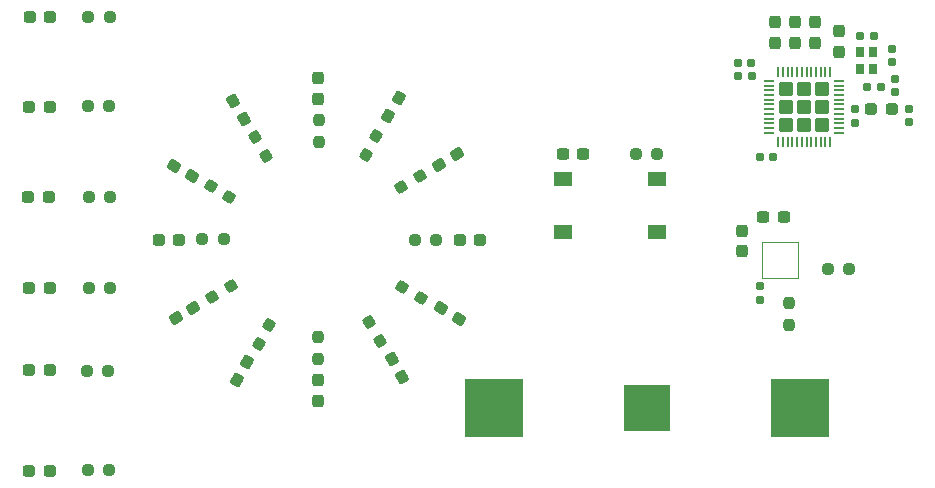
<source format=gbr>
%TF.GenerationSoftware,KiCad,Pcbnew,7.0.6*%
%TF.CreationDate,2024-06-09T16:50:33+02:00*%
%TF.ProjectId,nRF52832_visitcard,6e524635-3238-4333-925f-766973697463,v0.1*%
%TF.SameCoordinates,Original*%
%TF.FileFunction,Paste,Top*%
%TF.FilePolarity,Positive*%
%FSLAX46Y46*%
G04 Gerber Fmt 4.6, Leading zero omitted, Abs format (unit mm)*
G04 Created by KiCad (PCBNEW 7.0.6) date 2024-06-09 16:50:33*
%MOMM*%
%LPD*%
G01*
G04 APERTURE LIST*
G04 Aperture macros list*
%AMRoundRect*
0 Rectangle with rounded corners*
0 $1 Rounding radius*
0 $2 $3 $4 $5 $6 $7 $8 $9 X,Y pos of 4 corners*
0 Add a 4 corners polygon primitive as box body*
4,1,4,$2,$3,$4,$5,$6,$7,$8,$9,$2,$3,0*
0 Add four circle primitives for the rounded corners*
1,1,$1+$1,$2,$3*
1,1,$1+$1,$4,$5*
1,1,$1+$1,$6,$7*
1,1,$1+$1,$8,$9*
0 Add four rect primitives between the rounded corners*
20,1,$1+$1,$2,$3,$4,$5,0*
20,1,$1+$1,$4,$5,$6,$7,0*
20,1,$1+$1,$6,$7,$8,$9,0*
20,1,$1+$1,$8,$9,$2,$3,0*%
G04 Aperture macros list end*
%ADD10C,0.100000*%
%ADD11RoundRect,0.237500X-0.250000X-0.237500X0.250000X-0.237500X0.250000X0.237500X-0.250000X0.237500X0*%
%ADD12RoundRect,0.237500X-0.237500X0.250000X-0.237500X-0.250000X0.237500X-0.250000X0.237500X0.250000X0*%
%ADD13RoundRect,0.237500X0.237500X-0.250000X0.237500X0.250000X-0.237500X0.250000X-0.237500X-0.250000X0*%
%ADD14RoundRect,0.155000X-0.155000X0.212500X-0.155000X-0.212500X0.155000X-0.212500X0.155000X0.212500X0*%
%ADD15RoundRect,0.250000X-0.370000X-0.370000X0.370000X-0.370000X0.370000X0.370000X-0.370000X0.370000X0*%
%ADD16RoundRect,0.050000X-0.350000X-0.050000X0.350000X-0.050000X0.350000X0.050000X-0.350000X0.050000X0*%
%ADD17RoundRect,0.050000X-0.050000X-0.350000X0.050000X-0.350000X0.050000X0.350000X-0.050000X0.350000X0*%
%ADD18RoundRect,0.237500X-0.130232X-0.349431X0.367732X-0.061931X0.130232X0.349431X-0.367732X0.061931X0*%
%ADD19RoundRect,0.237500X0.250000X0.237500X-0.250000X0.237500X-0.250000X-0.237500X0.250000X-0.237500X0*%
%ADD20RoundRect,0.237500X-0.287500X-0.237500X0.287500X-0.237500X0.287500X0.237500X-0.287500X0.237500X0*%
%ADD21RoundRect,0.237500X0.237500X-0.300000X0.237500X0.300000X-0.237500X0.300000X-0.237500X-0.300000X0*%
%ADD22RoundRect,0.237500X-0.330681X0.097756X-0.080681X-0.335256X0.330681X-0.097756X0.080681X0.335256X0*%
%ADD23RoundRect,0.155000X0.155000X-0.212500X0.155000X0.212500X-0.155000X0.212500X-0.155000X-0.212500X0*%
%ADD24RoundRect,0.237500X-0.237500X0.287500X-0.237500X-0.287500X0.237500X-0.287500X0.237500X0.287500X0*%
%ADD25RoundRect,0.237500X0.237500X-0.287500X0.237500X0.287500X-0.237500X0.287500X-0.237500X-0.287500X0*%
%ADD26RoundRect,0.237500X0.349431X-0.130232X0.061931X0.367732X-0.349431X0.130232X-0.061931X-0.367732X0*%
%ADD27RoundRect,0.237500X0.287500X0.237500X-0.287500X0.237500X-0.287500X-0.237500X0.287500X-0.237500X0*%
%ADD28RoundRect,0.237500X-0.335256X-0.080681X0.097756X-0.330681X0.335256X0.080681X-0.097756X0.330681X0*%
%ADD29RoundRect,0.237500X-0.237500X0.300000X-0.237500X-0.300000X0.237500X-0.300000X0.237500X0.300000X0*%
%ADD30R,0.800000X0.900000*%
%ADD31RoundRect,0.237500X0.335256X0.080681X-0.097756X0.330681X-0.335256X-0.080681X0.097756X-0.330681X0*%
%ADD32RoundRect,0.155000X0.212500X0.155000X-0.212500X0.155000X-0.212500X-0.155000X0.212500X-0.155000X0*%
%ADD33RoundRect,0.237500X0.367732X0.061931X-0.130232X0.349431X-0.367732X-0.061931X0.130232X-0.349431X0*%
%ADD34RoundRect,0.237500X0.300000X0.237500X-0.300000X0.237500X-0.300000X-0.237500X0.300000X-0.237500X0*%
%ADD35RoundRect,0.237500X0.061931X-0.367732X0.349431X0.130232X-0.061931X0.367732X-0.349431X-0.130232X0*%
%ADD36RoundRect,0.237500X-0.080681X0.335256X-0.330681X-0.097756X0.080681X-0.335256X0.330681X0.097756X0*%
%ADD37RoundRect,0.237500X-0.367732X-0.061931X0.130232X-0.349431X0.367732X0.061931X-0.130232X0.349431X0*%
%ADD38RoundRect,0.155000X-0.212500X-0.155000X0.212500X-0.155000X0.212500X0.155000X-0.212500X0.155000X0*%
%ADD39RoundRect,0.237500X-0.061931X0.367732X-0.349431X-0.130232X0.061931X-0.367732X0.349431X0.130232X0*%
%ADD40RoundRect,0.237500X-0.300000X-0.237500X0.300000X-0.237500X0.300000X0.237500X-0.300000X0.237500X0*%
%ADD41RoundRect,0.237500X0.097756X0.330681X-0.335256X0.080681X-0.097756X-0.330681X0.335256X-0.080681X0*%
%ADD42RoundRect,0.237500X-0.349431X0.130232X-0.061931X-0.367732X0.349431X-0.130232X0.061931X0.367732X0*%
%ADD43RoundRect,0.237500X0.130232X0.349431X-0.367732X0.061931X-0.130232X-0.349431X0.367732X-0.061931X0*%
%ADD44R,5.000000X5.000000*%
%ADD45R,4.000000X4.000000*%
%ADD46RoundRect,0.237500X-0.097756X-0.330681X0.335256X-0.080681X0.097756X0.330681X-0.335256X0.080681X0*%
%ADD47R,1.550000X1.300000*%
%ADD48RoundRect,0.237500X0.080681X-0.335256X0.330681X0.097756X-0.080681X0.335256X-0.330681X-0.097756X0*%
%ADD49RoundRect,0.237500X0.330681X-0.097756X0.080681X0.335256X-0.330681X0.097756X-0.080681X-0.335256X0*%
G04 APERTURE END LIST*
D10*
%TO.C,U2*%
X167971600Y-105256200D02*
X164971600Y-105256200D01*
X164971600Y-105256200D02*
X164971600Y-108256200D01*
X164971600Y-108256200D02*
X167971600Y-108256200D01*
X167971600Y-108256200D02*
X167971600Y-105256200D01*
%TD*%
D11*
%TO.C,R2*%
X170512100Y-107518200D03*
X172337100Y-107518200D03*
%TD*%
D12*
%TO.C,R15*%
X127355600Y-113285900D03*
X127355600Y-115110900D03*
%TD*%
D13*
%TO.C,R14*%
X127406400Y-96746700D03*
X127406400Y-94921700D03*
%TD*%
D14*
%TO.C,C15*%
X177393600Y-93962600D03*
X177393600Y-95097600D03*
%TD*%
D15*
%TO.C,U1*%
X166999000Y-92240800D03*
X166999000Y-93770800D03*
X166999000Y-95300800D03*
X168529000Y-92240800D03*
X168529000Y-93770800D03*
X168529000Y-95300800D03*
X170059000Y-92240800D03*
X170059000Y-93770800D03*
X170059000Y-95300800D03*
D16*
X165579000Y-91570800D03*
X165579000Y-91970800D03*
X165579000Y-92370800D03*
X165579000Y-92770800D03*
X165579000Y-93170800D03*
X165579000Y-93570800D03*
X165579000Y-93970800D03*
X165579000Y-94370800D03*
X165579000Y-94770800D03*
X165579000Y-95170800D03*
X165579000Y-95570800D03*
X165579000Y-95970800D03*
D17*
X166329000Y-96720800D03*
X166729000Y-96720800D03*
X167129000Y-96720800D03*
X167529000Y-96720800D03*
X167929000Y-96720800D03*
X168329000Y-96720800D03*
X168729000Y-96720800D03*
X169129000Y-96720800D03*
X169529000Y-96720800D03*
X169929000Y-96720800D03*
X170329000Y-96720800D03*
X170729000Y-96720800D03*
D16*
X171479000Y-95970800D03*
X171479000Y-95570800D03*
X171479000Y-95170800D03*
X171479000Y-94770800D03*
X171479000Y-94370800D03*
X171479000Y-93970800D03*
X171479000Y-93570800D03*
X171479000Y-93170800D03*
X171479000Y-92770800D03*
X171479000Y-92370800D03*
X171479000Y-91970800D03*
X171479000Y-91570800D03*
D17*
X170729000Y-90820800D03*
X170329000Y-90820800D03*
X169929000Y-90820800D03*
X169529000Y-90820800D03*
X169129000Y-90820800D03*
X168729000Y-90820800D03*
X168329000Y-90820800D03*
X167929000Y-90820800D03*
X167529000Y-90820800D03*
X167129000Y-90820800D03*
X166729000Y-90820800D03*
X166329000Y-90820800D03*
%TD*%
D18*
%TO.C,D9*%
X115299056Y-111644400D03*
X116814600Y-110769400D03*
%TD*%
D19*
%TO.C,R5*%
X109775000Y-109143800D03*
X107950000Y-109143800D03*
%TD*%
D20*
%TO.C,D16*%
X102898000Y-109143800D03*
X104648000Y-109143800D03*
%TD*%
D11*
%TO.C,R21*%
X154256100Y-97739200D03*
X156081100Y-97739200D03*
%TD*%
D21*
%TO.C,C2*%
X171475400Y-89102100D03*
X171475400Y-87377100D03*
%TD*%
D22*
%TO.C,R17*%
X131699000Y-112014000D03*
X132611500Y-113594496D03*
%TD*%
D20*
%TO.C,D17*%
X102898000Y-116052600D03*
X104648000Y-116052600D03*
%TD*%
D23*
%TO.C,C6*%
X175971200Y-89975500D03*
X175971200Y-88840500D03*
%TD*%
D20*
%TO.C,D14*%
X102898000Y-93751400D03*
X104648000Y-93751400D03*
%TD*%
D24*
%TO.C,D1*%
X127381000Y-91341000D03*
X127381000Y-93091000D03*
%TD*%
D25*
%TO.C,L2*%
X167767000Y-88350000D03*
X167767000Y-86600000D03*
%TD*%
D21*
%TO.C,C3*%
X169468800Y-88339000D03*
X169468800Y-86614000D03*
%TD*%
D26*
%TO.C,D6*%
X134498700Y-116657972D03*
X133623700Y-115142428D03*
%TD*%
D27*
%TO.C,D4*%
X141094400Y-105054400D03*
X139344400Y-105054400D03*
%TD*%
D28*
%TO.C,R19*%
X134467600Y-109067600D03*
X136048096Y-109980100D03*
%TD*%
D14*
%TO.C,C11*%
X164795200Y-108966000D03*
X164795200Y-110101000D03*
%TD*%
D29*
%TO.C,C9*%
X163296600Y-104293500D03*
X163296600Y-106018500D03*
%TD*%
D20*
%TO.C,L3*%
X174210800Y-93958400D03*
X175960800Y-93958400D03*
%TD*%
%TO.C,D15*%
X102847200Y-101396800D03*
X104597200Y-101396800D03*
%TD*%
D30*
%TO.C,Y1*%
X174387600Y-90539800D03*
X174387600Y-89139800D03*
X173287600Y-89139800D03*
X173287600Y-90539800D03*
%TD*%
D31*
%TO.C,R10*%
X119865448Y-101395850D03*
X118284952Y-100483350D03*
%TD*%
D32*
%TO.C,C4*%
X165896100Y-98044000D03*
X164761100Y-98044000D03*
%TD*%
D19*
%TO.C,R4*%
X109622600Y-116128800D03*
X107797600Y-116128800D03*
%TD*%
D33*
%TO.C,D5*%
X139285144Y-111720600D03*
X137769600Y-110845600D03*
%TD*%
D34*
%TO.C,C10*%
X166775300Y-103124000D03*
X165050300Y-103124000D03*
%TD*%
D20*
%TO.C,D18*%
X102909400Y-124587000D03*
X104659400Y-124587000D03*
%TD*%
D32*
%TO.C,C14*%
X174998000Y-92100400D03*
X173863000Y-92100400D03*
%TD*%
D20*
%TO.C,D13*%
X102960200Y-86156800D03*
X104710200Y-86156800D03*
%TD*%
D25*
%TO.C,D7*%
X127381000Y-118666200D03*
X127381000Y-116916200D03*
%TD*%
D19*
%TO.C,R3*%
X109675300Y-124561600D03*
X107850300Y-124561600D03*
%TD*%
D35*
%TO.C,D8*%
X120486200Y-116907744D03*
X121361200Y-115392200D03*
%TD*%
D36*
%TO.C,R13*%
X123239850Y-112239752D03*
X122327350Y-113820248D03*
%TD*%
D14*
%TO.C,C13*%
X176250600Y-91389200D03*
X176250600Y-92524200D03*
%TD*%
D32*
%TO.C,C8*%
X164050600Y-90068400D03*
X162915600Y-90068400D03*
%TD*%
D19*
%TO.C,R6*%
X109775000Y-101371400D03*
X107950000Y-101371400D03*
%TD*%
%TO.C,R7*%
X109698800Y-93726000D03*
X107873800Y-93726000D03*
%TD*%
D37*
%TO.C,D11*%
X115167828Y-98749500D03*
X116683372Y-99624500D03*
%TD*%
D38*
%TO.C,C5*%
X173270100Y-87757000D03*
X174405100Y-87757000D03*
%TD*%
D39*
%TO.C,D2*%
X134191050Y-93066980D03*
X133316050Y-94582524D03*
%TD*%
D11*
%TO.C,R20*%
X135559800Y-105054400D03*
X137384800Y-105054400D03*
%TD*%
D40*
%TO.C,C12*%
X148083100Y-97790000D03*
X149808100Y-97790000D03*
%TD*%
D41*
%TO.C,R11*%
X119967048Y-108941550D03*
X118386552Y-109854050D03*
%TD*%
D42*
%TO.C,D12*%
X120192800Y-93319600D03*
X121067800Y-94835144D03*
%TD*%
D20*
%TO.C,D10*%
X113856800Y-105029000D03*
X115606800Y-105029000D03*
%TD*%
D43*
%TO.C,D3*%
X139118648Y-97790950D03*
X137603104Y-98665950D03*
%TD*%
D32*
%TO.C,C1*%
X164067300Y-91135200D03*
X162932300Y-91135200D03*
%TD*%
D44*
%TO.C,BT1*%
X168194800Y-119278400D03*
X142294800Y-119278400D03*
D45*
X155244800Y-119278400D03*
%TD*%
D46*
%TO.C,R18*%
X134388552Y-100583050D03*
X135969048Y-99670550D03*
%TD*%
D47*
%TO.C,SW1*%
X148145600Y-99858000D03*
X156095600Y-99858000D03*
X148145600Y-104358000D03*
X156095600Y-104358000D03*
%TD*%
D12*
%TO.C,R1*%
X167233600Y-110417600D03*
X167233600Y-112242600D03*
%TD*%
D19*
%TO.C,R9*%
X119403500Y-104978200D03*
X117578500Y-104978200D03*
%TD*%
D48*
%TO.C,R16*%
X131394200Y-97840800D03*
X132306700Y-96260304D03*
%TD*%
D19*
%TO.C,R8*%
X109753400Y-86156800D03*
X107928400Y-86156800D03*
%TD*%
D14*
%TO.C,C7*%
X172799800Y-93975100D03*
X172799800Y-95110100D03*
%TD*%
D24*
%TO.C,L1*%
X166090600Y-86614000D03*
X166090600Y-88364000D03*
%TD*%
D49*
%TO.C,R12*%
X122934100Y-97948096D03*
X122021600Y-96367600D03*
%TD*%
M02*

</source>
